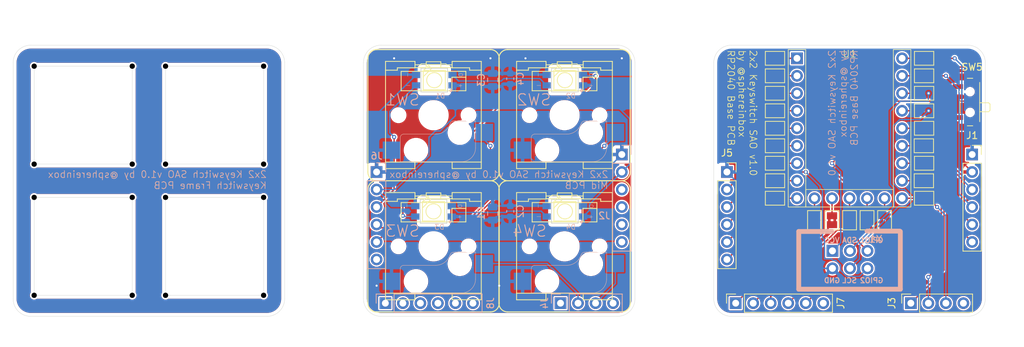
<source format=kicad_pcb>
(kicad_pcb (version 20240108) (generator "pcbnew") (generator_version "8.0")
  (layers (0 "F.Cu" signal) (31 "B.Cu" signal) (34 "B.Paste" user) (35 "F.Paste" user) (36 "B.SilkS" user "B.Silkscreen") (37 "F.SilkS" user "F.Silkscreen") (38 "B.Mask" user) (39 "F.Mask" user) (44 "Edge.Cuts" user))
  (net 0 "")
  (net 1 "GND")
  (net 2 "3v3")
  (net 3 "Net-(J1-Pin_4)")
  (net 4 "Net-(J1-Pin_3)")
  (net 5 "Net-(J1-Pin_5)")
  (net 6 "Net-(J1-Pin_6)")
  (net 8 "/SW1")
  (net 9 "/SW2")
  (net 10 "/SW4")
  (net 11 "/SW3")
  (net 13 "/NEO_IN")
  (net 15 "Net-(JP1-B)")
  (net 16 "Net-(JP2-B)")
  (net 17 "Net-(JP3-B)")
  (net 18 "Net-(JP4-B)")
  (net 19 "Net-(JP5-B)")
  (net 20 "Net-(JP6-B)")
  (net 21 "/SAO_GPIO1")
  (net 22 "Net-(JP7-B)")
  (net 23 "/SAO_GPIO2")
  (net 24 "Net-(JP8-B)")
  (net 25 "Net-(JP9-B)")
  (net 26 "Net-(JP10-B)")
  (net 27 "Net-(JP11-B)")
  (net 28 "Net-(JP12-B)")
  (net 29 "Net-(JP13-B)")
  (net 30 "Net-(JP14-B)")
  (net 31 "Net-(JP15-A)")
  (net 32 "Net-(JP16-A)")
  (net 33 "/SDA")
  (net 34 "Net-(JP17-A)")
  (net 35 "/SCL")
  (net 36 "Net-(JP18-A)")
  (net 37 "Net-(JP19-A)")
  (net 38 "Net-(JP20-A)")
  (net 39 "Net-(JP21-A)")
  (net 40 "Net-(JP22-A)")
  (net 41 "Net-(JP23-A)")
  (net 42 "Net-(SW5-C)")
  (net 46 "Net-(J3-Pin_1)")
  (net 47 "Net-(J3-Pin_3)")
  (net 48 "Net-(J3-Pin_2)")
  (net 49 "Net-(J5-Pin_5)")
  (net 50 "Net-(J5-Pin_3)")
  (net 51 "Net-(J5-Pin_4)")
  (net 52 "Net-(J5-Pin_6)")
  (net 54 "Net-(J7-Pin_1)")
  (net 56 "Net-(J7-Pin_5)")
  (net 57 "Net-(J7-Pin_4)")
  (net 58 "Net-(J7-Pin_3)")
  (net 59 "Net-(J7-Pin_2)")
  (net 66 "Net-(D1-DOUT)")
  (net 67 "/NEO_CONT")
  (net 68 "Net-(D3-DOUT)")
  (footprint "Jumper:SolderJumper-2_P1.3mm_Bridged2Bar_Pad1.0x1.5mm" (layer "F.Cu") (at 166.99 43.18)
    (property "Reference" "JP5" (hide yes))
    (property "Value" "SolderJumper_2_Bridged" (hide yes))
  )
  (footprint "Jumper:SolderJumper-2_P1.3mm_Bridged2Bar_Pad1.0x1.5mm" (layer "F.Cu") (at 180.34 56.53 90)
    (property "Reference" "JP13" (hide yes))
    (property "Value" "SolderJumper_2_Bridged" (hide yes))
  )
  (footprint "2x2-SAO:NEO3535_REVERSE" (layer "F.Cu") (at 117.585 36.195)
    (property "Reference" "D1")
    (property "Value" "WS2812B")
    (fp_line (start -1.927 -1.727) (end 1.927 -1.727) (stroke (width 0.1016)) (layer "Edge.Cuts"))
    (fp_line (start -1.927 1.727) (end -1.927 -1.727) (stroke (width 0.1016)) (layer "Edge.Cuts"))
    (fp_line (start 1.927 -1.727) (end 1.927 1.727) (stroke (width 0.1016)) (layer "Edge.Cuts"))
    (fp_line (start 1.927 1.727) (end -1.927 1.727) (stroke (width 0.1016)) (layer "Edge.Cuts"))
  )
  (footprint "Adafruit-NeoKey-1x4-PCB-KiCad:KAILH_SOCKET" (layer "F.Cu") (at 117.475 60.325 180)
    (property "Reference" "SW3")
    (property "Value" "SW_Push")
  )
  (footprint "Connector_PinSocket_2.54mm:PinSocket_1x06_P2.54mm_Vertical" (layer "F.Cu") (at 161.29 68.58 90)
    (property "Reference" "J7")
    (property "Value" "Conn_01x06_Socket")
  )
  (footprint "Jumper:SolderJumper-2_P1.3mm_Bridged2Bar_Pad1.0x1.5mm" (layer "F.Cu") (at 188.61 53.34)
    (property "Reference" "JP23" (hide yes))
    (property "Value" "SolderJumper_2_Bridged" (hide yes))
  )
  (footprint "Jumper:SolderJumper-2_P1.3mm_Bridged2Bar_Pad1.0x1.5mm" (layer "F.Cu") (at 188.61 38.1)
    (property "Reference" "JP17" (hide yes))
    (property "Value" "SolderJumper_2_Bridged" (hide yes))
  )
  (footprint "Jumper:SolderJumper-2_P1.3mm_Bridged2Bar_Pad1.0x1.5mm" (layer "F.Cu") (at 166.99 33.02)
    (property "Reference" "JP1" (hide yes))
    (property "Value" "SolderJumper_2_Bridged" (hide yes))
  )
  (footprint "2x2-SAO:NEO3535_REVERSE" (layer "F.Cu") (at 136.525 55.245)
    (property "Reference" "D4")
    (property "Value" "WS2812B")
    (fp_line (start -1.927 -1.727) (end 1.927 -1.727) (stroke (width 0.1016)) (layer "Edge.Cuts"))
    (fp_line (start -1.927 1.727) (end -1.927 -1.727) (stroke (width 0.1016)) (layer "Edge.Cuts"))
    (fp_line (start 1.927 -1.727) (end 1.927 1.727) (stroke (width 0.1016)) (layer "Edge.Cuts"))
    (fp_line (start 1.927 1.727) (end -1.927 1.727) (stroke (width 0.1016)) (layer "Edge.Cuts"))
  )
  (footprint "Simple_Addon_v2:Simple_Addon_v2-SAO-2x3" (layer "F.Cu") (at 177.8 62.23)
    (property "Reference" "X1")
    (property "Value" "Simple_Addon_v2" (hide yes))
  )
  (footprint "2x2-SAO:KAILH-Frame" (layer "F.Cu") (at 66.675 60.325)
    (property "Reference" "REF**2" (hide yes))
    (property "Value" "KAILH-Frame")
    (fp_rect (start -7.112 -7.112) (end 7.112 7.112) (stroke (width 0.05)) (fill none) (layer "Edge.Cuts"))
  )
  (footprint "2x2-SAO:KAILH-Frame" (layer "F.Cu") (at 85.725 41.275)
    (property "Reference" "REF**1" (hide yes))
    (property "Value" "KAILH-Frame")
    (fp_rect (start -7.112 -7.112) (end 7.112 7.112) (stroke (width 0.05)) (fill none) (layer "Edge.Cuts"))
  )
  (footprint "Jumper:SolderJumper-2_P1.3mm_Bridged2Bar_Pad1.0x1.5mm" (layer "F.Cu") (at 166.99 40.64)
    (property "Reference" "JP4" (hide yes))
    (property "Value" "SolderJumper_2_Bridged" (hide yes))
  )
  (footprint "Adafruit-NeoKey-1x4-PCB-KiCad:KAILH_SOCKET" (layer "F.Cu") (at 136.4788 60.325 180)
    (property "Reference" "SW4")
    (property "Value" "SW_Push")
  )
  (footprint "Jumper:SolderJumper-2_P1.3mm_Bridged2Bar_Pad1.0x1.5mm" (layer "F.Cu") (at 166.99 35.56)
    (property "Reference" "JP2" (hide yes))
    (property "Value" "SolderJumper_2_Bridged" (hide yes))
  )
  (footprint "Jumper:SolderJumper-2_P1.3mm_Bridged2Bar_Pad1.0x1.5mm" (layer "F.Cu") (at 188.58 50.8)
    (property "Reference" "JP22" (hide yes))
    (property "Value" "SolderJumper_2_Bridged" (hide yes))
  )
  (footprint "2x2-SAO:NEO3535_REVERSE" (layer "F.Cu") (at 136.525 36.195)
    (property "Reference" "D2")
    (property "Value" "WS2812B")
    (fp_line (start -1.927 -1.727) (end 1.927 -1.727) (stroke (width 0.1016)) (layer "Edge.Cuts"))
    (fp_line (start -1.927 1.727) (end -1.927 -1.727) (stroke (width 0.1016)) (layer "Edge.Cuts"))
    (fp_line (start 1.927 -1.727) (end 1.927 1.727) (stroke (width 0.1016)) (layer "Edge.Cuts"))
    (fp_line (start 1.927 1.727) (end -1.927 1.727) (stroke (width 0.1016)) (layer "Edge.Cuts"))
  )
  (footprint "Jumper:SolderJumper-2_P1.3mm_Bridged2Bar_Pad1.0x1.5mm" (layer "F.Cu") (at 172.72 56.53 90)
    (property "Reference" "JP10" (hide yes))
    (property "Value" "SolderJumper_2_Bridged" (hide yes))
  )
  (footprint "WaveShare-RP2040:RP2040-Zero-PinHeaders" (layer "F.Cu") (at 177.8 43.18)
    (property "Reference" "U1")
    (property "Value" "RP2040-Zero")
  )
  (footprint "Jumper:SolderJumper-2_P1.3mm_Bridged2Bar_Pad1.0x1.5mm" (layer "F.Cu") (at 188.61 43.18)
    (property "Reference" "JP19" (hide yes))
    (property "Value" "SolderJumper_2_Bridged" (hide yes))
  )
  (footprint "2x2-SAO:KAILH-Frame" (layer "F.Cu") (at 85.725 60.325)
    (property "Reference" "REF**3" (hide yes))
    (property "Value" "KAILH-Frame")
    (fp_rect (start -7.112 -7.112) (end 7.112 7.112) (stroke (width 0.05)) (fill none) (layer "Edge.Cuts"))
  )
  (footprint "Connector_PinSocket_2.54mm:PinSocket_1x04_P2.54mm_Vertical" (layer "F.Cu") (at 186.69 68.58 90)
    (property "Reference" "J3")
    (property "Value" "Conn_01x04_Socket")
  )
  (footprint "2x2-SAO:KAILH-Frame" (layer "F.Cu") (at 66.675 41.275)
    (property "Reference" "REF**" (hide yes))
    (property "Value" "KAILH-Frame")
    (fp_rect (start -7.112 -7.112) (end 7.112 7.112) (stroke (width 0.05)) (fill none) (layer "Edge.Cuts"))
  )
  (footprint "Jumper:SolderJumper-2_P1.3mm_Bridged2Bar_Pad1.0x1.5mm" (layer "F.Cu") (at 166.99 48.26)
    (property "Reference" "JP7" (hide yes))
    (property "Value" "SolderJumper_2_Bridged" (hide yes))
  )
  (footprint "Jumper:SolderJumper-2_P1.3mm_Bridged2Bar_Pad1.0x1.5mm" (layer "F.Cu") (at 188.61 40.64)
    (property "Reference" "JP18" (hide yes))
    (property "Value" "SolderJumper_2_Bridged" (hide yes))
  )
  (footprint "Connector_PinSocket_2.54mm:PinSocket_1x06_P2.54mm_Vertical" (layer "F.Cu") (at 160.02 49.53)
    (property "Reference" "J5")
    (property "Value" "Conn_01x06_Socket")
  )
  (footprint "Jumper:SolderJumper-2_P1.3mm_Bridged2Bar_Pad1.0x1.5mm" (layer "F.Cu") (at 182.88 56.53 90)
    (property "Reference" "JP14" (hide yes))
    (property "Value" "SolderJumper_2_Bridged" (hide yes))
  )
  (footprint "Connector_PinSocket_2.54mm:PinSocket_1x06_P2.54mm_Vertical" (layer "F.Cu") (at 195.58 46.99)
    (property "Reference" "J1")
    (property "Value" "Conn_01x06_Socket")
  )
  (footprint "Jumper:SolderJumper-2_P1.3mm_Bridged2Bar_Pad1.0x1.5mm" (layer "F.Cu") (at 188.61 48.26)
    (property "Reference" "JP21" (hide yes))
    (property "Value" "SolderJumper_2_Bridged" (hide yes))
  )
  (footprint "Jumper:SolderJumper-2_P1.3mm_Bridged2Bar_Pad1.0x1.5mm" (layer "F.Cu") (at 175.26 56.53 90)
    (property "Reference" "JP11" (hide yes))
    (property "Value" "SolderJumper_2_Bridged" (hide yes))
  )
  (footprint "Jumper:SolderJumper-2_P1.3mm_Bridged2Bar_Pad1.0x1.5mm" (layer "F.Cu") (at 166.99 53.34)
    (property "Reference" "JP9" (hide yes))
    (property "Value" "SolderJumper_2_Bridged" (hide yes))
  )
  (footprint "Jumper:SolderJumper-2_P1.3mm_Bridged2Bar_Pad1.0x1.5mm" (layer "F.Cu") (at 177.8 56.53 90)
    (property "Reference" "JP12" (hide yes))
    (property "Value" "SolderJumper_2_Bridged" (hide yes))
  )
  (footprint "Jumper:SolderJumper-2_P1.3mm_Bridged2Bar_Pad1.0x1.5mm" (layer "F.Cu") (at 188.61 33.02)
    (property "Reference" "JP15" (hide yes))
    (property "Value" "SolderJumper_2_Bridged" (hide yes))
  )
  (footprint "Jumper:SolderJumper-2_P1.3mm_Bridged2Bar_Pad1.0x1.5mm" (layer "F.Cu") (at 166.99 38.1)
    (property "Reference" "JP3" (hide yes))
    (property "Value" "SolderJumper_2_Bridged" (hide yes))
  )
  (footprint "Adafruit-NeoKey-1x4-PCB-KiCad:KAILH_SOCKET" (layer "F.Cu") (at 136.4788 41.275 180)
    (property "Reference" "SW2")
    (property "Value" "SW_Push")
  )
  (footprint "Adafruit-NeoKey-1x4-PCB-KiCad:KAILH_SOCKET" (layer "F.Cu") (at 117.475 41.275 180)
    (property "Reference" "SW1")
    (property "Value" "SW_Push")
  )
  (footprint "Jumper:SolderJumper-2_P1.3mm_Bridged2Bar_Pad1.0x1.5mm" (layer "F.Cu") (at 166.99 50.8)
    (property "Reference" "JP8" (hide yes))
    (property "Value" "SolderJumper_2_Bridged" (hide yes))
  )
  (footprint "Jumper:SolderJumper-2_P1.3mm_Bridged2Bar_Pad1.0x1.5mm" (layer "F.Cu") (at 188.58 45.72)
    (property "Reference" "JP20" (hide yes))
    (property "Value" "SolderJumper_2_Bridged" (hide yes))
  )
  (footprint "Jumper:SolderJumper-2_P1.3mm_Bridged2Bar_Pad1.0x1.5mm" (layer "F.Cu") (at 188.61 35.56)
    (property "Reference" "JP16" (hide yes))
    (property "Value" "SolderJumper_2_Bridged" (hide yes))
  )
  (footprint "Jumper:SolderJumper-2_P1.3mm_Bridged2Bar_Pad1.0x1.5mm" (layer "F.Cu") (at 166.99 45.72)
    (property "Reference" "JP6" (hide yes))
    (property "Value" "SolderJumper_2_Bridged" (hide yes))
  )
  (footprint "Button_Switch_SMD:SW_SPDT_PCM12" (layer "F.Cu") (at 194.945 39.37 90)
    (property "Reference" "SW5")
    (property "Value" "SW_SPDT")
  )
  (footprint "2x2-SAO:NEO3535_REVERSE" (layer "F.Cu") (at 117.475 55.245)
    (property "Reference" "D3")
    (property "Value" "WS2812B")
    (fp_line (start -1.927 -1.727) (end 1.927 -1.727) (stroke (width 0.1016)) (layer "Edge.Cuts"))
    (fp_line (start -1.927 1.727) (end -1.927 -1.727) (stroke (width 0.1016)) (layer "Edge.Cuts"))
    (fp_line (start 1.927 -1.727) (end 1.927 1.727) (stroke (width 0.1016)) (layer "Edge.Cuts"))
    (fp_line (start 1.927 1.727) (end -1.927 1.727) (stroke (width 0.1016)) (layer "Edge.Cuts"))
  )
  (footprint "Capacitor_SMD:C_0805_2012Metric" (layer "B.Cu") (at 126.06 55.56 -90)
    (property "Reference" "C1")
    (property "Value" "10uF")
  )
  (footprint "Connector_PinHeader_2.54mm:PinHeader_1x06_P2.54mm_Vertical" (layer "B.Cu") (at 109.22 49.53 180)
    (property "Reference" "J6")
    (property "Value" "Conn_01x06_Pin")
  )
  (footprint "Connector_PinHeader_2.54mm:PinHeader_1x04_P2.54mm_Vertical" (layer "B.Cu") (at 135.89 68.58 -90)
    (property "Reference" "J4")
    (property "Value" "Conn_01x04_Pin")
  )
  (footprint "Capacitor_SMD:C_0603_1608Metric" (layer "B.Cu") (at 128.6 35.985 90)
    (property "Reference" "C4")
    (property "Value" "0.1uF")
  )
  (footprint "Connector_PinHeader_2.54mm:PinHeader_1x06_P2.54mm_Vertical" (layer "B.Cu") (at 144.78 46.99 180)
    (property "Reference" "J2")
    (property "Value" "Conn_01x06_Pin")
  )
  (footprint "Connector_PinHeader_2.54mm:PinHeader_1x06_P2.54mm_Vertical" (layer "B.Cu") (at 110.49 68.58 -90)
    (property "Reference" "J8")
    (property "Value" "Conn_01x06_Pin")
  )
  (footprint "Capacitor_SMD:C_0805_2012Metric" (layer "B.Cu") (at 126.06 36.16 -90)
    (property "Reference" "C3")
    (property "Value" "10uF")
  )
  (footprint "Capacitor_SMD:C_0603_1608Metric" (layer "B.Cu") (at 128.6 55.24 90)
    (property "Reference" "C2")
    (property "Value" "0.1uF")
  )
  (gr_arc (start 146.685 67.945) (mid 145.941051 69.741051) (end 144.145 70.485) (stroke (width 0.05)) (layer "Edge.Cuts"))
  (gr_line (start 194.945 70.485) (end 160.655 70.485) (stroke (width 0.05)) (layer "Edge.Cuts"))
  (gr_line (start 160.655 31.115) (end 194.945 31.115) (stroke (width 0.05)) (layer "Edge.Cuts"))
  (gr_arc (start 194.945 31.115) (mid 196.741051 31.858949) (end 197.485 33.655) (stroke (width 0.05)) (layer "Edge.Cuts"))
  (gr_line (start 93.345 70.485) (end 59.055 70.485) (stroke (width 0.05)) (layer "Edge.Cuts"))
  (gr_line (start 56.515 67.945) (end 56.515 33.655) (stroke (width 0.05)) (layer "Edge.Cuts"))
  (gr_line (start 109.855 31.115) (end 144.145 31.115) (stroke (width 0.05)) (layer "Edge.Cuts"))
  (gr_line (start 146.685 33.655) (end 146.685 67.945) (stroke (width 0.05)) (layer "Edge.Cuts"))
  (gr_line (start 107.315 67.945) (end 107.315 33.655) (stroke (width 0.05)) (layer "Edge.Cuts"))
  (gr_arc (start 160.655 70.485) (mid 158.858949 69.741051) (end 158.115 67.945) (stroke (width 0.05)) (layer "Edge.Cuts"))
  (gr_arc (start 95.885 67.945) (mid 95.141051 69.741051) (end 93.345 70.485) (stroke (width 0.05)) (layer "Edge.Cuts"))
  (gr_arc (start 107.315 33.655) (mid 108.058949 31.858949) (end 109.855 31.115) (stroke (width 0.05)) (layer "Edge.Cuts"))
  (gr_line (start 59.055 31.115) (end 93.345 31.115) (stroke (width 0.05)) (layer "Edge.Cuts"))
  (gr_arc (start 144.145 31.115) (mid 145.941051 31.858949) (end 146.685 33.655) (stroke (width 0.05)) (layer "Edge.Cuts"))
  (gr_arc (start 59.055 70.485) (mid 57.258949 69.741051) (end 56.515 67.945) (stroke (width 0.05)) (layer "Edge.Cuts"))
  (gr_arc (start 56.515 33.655) (mid 57.258949 31.858949) (end 59.055 31.115) (stroke (width 0.05)) (layer "Edge.Cuts"))
  (gr_arc (start 158.115 33.655) (mid 158.858949 31.858949) (end 160.655 31.115) (stroke (width 0.05)) (layer "Edge.Cuts"))
  (gr_line (start 197.485 33.655) (end 197.485 67.945) (stroke (width 0.05)) (layer "Edge.Cuts"))
  (gr_line (start 144.145 70.485) (end 109.855 70.485) (stroke (width 0.05)) (layer "Edge.Cuts"))
  (gr_arc (start 109.855 70.485) (mid 108.058949 69.741051) (end 107.315 67.945) (stroke (width 0.05)) (layer "Edge.Cuts"))
  (gr_line (start 158.115 67.945) (end 158.115 33.655) (stroke (width 0.05)) (layer "Edge.Cuts"))
  (gr_arc (start 93.345 31.115) (mid 95.141051 31.858949) (end 95.885 33.655) (stroke (width 0.05)) (layer "Edge.Cuts"))
  (gr_line (start 95.885 33.655) (end 95.885 67.945) (stroke (width 0.05)) (layer "Edge.Cuts"))
  (gr_arc (start 197.485 67.945) (mid 196.741051 69.741051) (end 194.945 70.485) (stroke (width 0.05)) (layer "Edge.Cuts"))
  (gr_text "2x2 Keyswitch SAO v1.0 by @sphereinbox\nKeyswitch Frame PCB" (at 93.345 52.07 -0) (layer "B.SilkS") (effects (font (size 1 1) (thickness 0.1)) (justify left bottom mirror)))
  (gr_text "2x2 Keyswitch SAO v1.0 by @sphereinbox\nMid PCB" (at 142.875 52.07 0) (layer "B.SilkS") (effects (font (size 1 1) (thickness 0.1)) (justify left bottom mirror)))
  (gr_text "2x2 Keyswitch SAO v1.0\nby @sphereinbox\nRP2040 Base PCB" (at 179.07 31.75 90) (layer "B.SilkS") (effects (font (size 1 1) (thickness 0.1)) (justify left bottom mirror)))
  (gr_text "2x2 Keyswitch SAO v1.0\nby @sphereinbox\nRP2040 Base PCB" (at 160.02 31.75 -90) (layer "F.SilkS") (effects (font (size 1 1) (thickness 0.1)) (justify left bottom)))
  (segment (start 166.34 34.61) (end 166.66 34.29) (width 0.2) (layer "F.Cu") (net 1))
  (segment (start 166.66 34.29) (end 194.800685 34.29) (width 0.2) (layer "F.Cu") (net 1))
  (segment (start 160.02 41.88) (end 160.02 49.53) (width 0.2) (layer "F.Cu") (net 1))
  (segment (start 166.34 35.56) (end 160.02 41.88) (width 0.2) (layer "F.Cu") (net 1))
  (segment (start 195.58 41.696371) (end 195.58 46.99) (width 0.2) (layer "F.Cu") (net 1))
  (segment (start 195.58 35.069315) (end 195.58 36.264314) (width 0.2) (layer "F.Cu") (net 1))
  (segment (start 196.475 37.159314) (end 196.475 40.801371) (width 0.2) (layer "F.Cu") (net 1))
  (segment (start 196.475 40.801371) (end 195.58 41.696371) (width 0.2) (layer "F.Cu") (net 1))
  (segment (start 194.800685 34.29) (end 195.58 35.069315) (width 0.2) (layer "F.Cu") (net 1))
  (segment (start 195.58 36.264314) (end 196.475 37.159314) (width 0.2) (layer "F.Cu") (net 1))
  (segment (start 166.34 35.56) (end 166.34 34.61) (width 0.2) (layer "F.Cu") (net 1))
  (via (at 111.76 33.02) (size 0.6) (drill 0.3) (layers "F.Cu" "B.Cu") (net 1))
  (via (at 127 66.04) (size 0.6) (drill 0.3) (layers "F.Cu" "B.Cu") (net 1))
  (via (at 144.78 33.02) (size 0.6) (drill 0.3) (layers "F.Cu" "B.Cu") (net 1))
  (via (at 130.81 33.02) (size 0.6) (drill 0.3) (layers "F.Cu" "B.Cu") (net 1))
  (via (at 125.73 33.02) (size 0.6) (drill 0.3) (layers "F.Cu" "B.Cu") (net 1))
  (via (at 109.22 66.04) (size 0.6) (drill 0.3) (layers "F.Cu" "B.Cu") (net 1))
  (segment (start 109.22 49.53) (end 109.22 41.16) (width 0.2) (layer "B.Cu") (net 1))
  (segment (start 143.53325 48.23675) (end 144.78 46.99) (width 0.2) (layer "B.Cu") (net 1))
  (segment (start 109.22 49.53) (end 108.07 50.68) (width 0.2) (layer "B.Cu") (net 1))
  (segment (start 109.855 65.405) (end 111.385 65.405) (width 0.2) (layer "B.Cu") (net 1))
  (segment (start 174.01 63.52) (end 160.02 49.53) (width 0.2) (layer "B.Cu") (net 1))
  (segment (start 109.22 41.16) (end 114.935 35.445) (width 0.2) (layer "B.Cu") (net 1))
  (segment (start 128.6 54.465) (end 126.205 54.465) (width 0.2) (layer "B.Cu") (net 1))
  (segment (start 126.205 54.465) (end 126.06 54.61) (width 0.2) (layer "B.Cu") (net 1))
  (segment (start 130.3888 46.355) (end 132.27055 48.23675) (width 0.2) (layer "B.Cu") (net 1))
  (segment (start 108.07 63.62) (end 109.855 65.405) (width 0.2) (layer "B.Cu") (net 1))
  (segment (start 132.27055 48.23675) (end 143.53325 48.23675) (width 0.2) (layer "B.Cu") (net 1))
  (segment (start 175.32 63.52) (end 174.01 63.52) (width 0.2) (layer "B.Cu") (net 1))
  (segment (start 108.07 50.68) (end 108.07 63.62) (width 0.2) (layer "B.Cu") (net 1))
  (segment (start 194.865 36.115) (end 194.865 34.92) (width 0.2) (layer "F.Cu") (net 2))
  (segment (start 192.9025 39.2325) (end 195.043871 39.2325) (width 0.2) (layer "F.Cu") (net 2))
  (segment (start 191.555 36.83) (end 166.66 36.83) (width 0.2) (layer "F.Cu") (net 2))
  (segment (start 161.29 41.91) (end 165.1 38.1) (width 0.2) (layer "F.Cu") (net 2))
  (segment (start 160.02 52.07) (end 161.29 50.8) (width 0.2) (layer "F.Cu") (net 2))
  (segment (start 166.66 36.83) (end 166.34 37.15) (width 0.2) (layer "F.Cu") (net 2))
  (segment (start 192.9025 39.2325) (end 192.405 39.73) (width 0.2) (layer "F.Cu") (net 2))
  (segment (start 193.465 34.92) (end 191.555 36.83) (width 0.2) (layer "F.Cu") (net 2))
  (segment (start 195.043871 39.2325) (end 196.075 38.201371) (width 0.2) (layer "F.Cu") (net 2))
  (segment (start 166.34 37.15) (end 166.34 38.1) (width 0.2) (layer "F.Cu") (net 2))
  (segment (start 196.075 37.325) (end 194.865 36.115) (width 0.2) (layer "F.Cu") (net 2))
  (segment (start 193.515 38.62) (end 192.9025 39.2325) (width 0.2) (layer "F.Cu") (net 2))
  (segment (start 165.1 38.1) (end 166.34 38.1) (width 0.2) (layer "F.Cu") (net 2))
  (segment (start 161.29 50.8) (end 161.29 41.91) (width 0.2) (layer "F.Cu") (net 2))
  (segment (start 194.865 34.92) (end 193.465 34.92) (width 0.2) (layer "F.Cu") (net 2))
  (segment (start 192.405 39.73) (end 192.405 46.355) (width 0.2) (layer "F.Cu") (net 2))
  (segment (start 192.405 46.355) (end 195.58 49.53) (width 0.2) (layer "F.Cu") (net 2))
  (segment (start 196.075 38.201371) (end 196.075 37.325) (width 0.2) (layer "F.Cu") (net 2))
  (segment (start 117.715 43.575) (end 118.427691 43.575) (width 0.2) (layer "B.Cu") (net 2))
  (segment (start 120.65 41.352691) (end 120.65 37.36) (width 0.2) (layer "B.Cu") (net 2))
  (segment (start 144.78 49.53) (end 145.93 48.38) (width 0.2) (layer "B.Cu") (net 2))
  (segment (start 118.427691 43.575) (end 120.65 41.352691) (width 0.2) (layer "B.Cu") (net 2))
  (segment (start 110.49 54.188529) (end 113.873471 57.572) (width 0.2) (layer "B.Cu") (net 2))
  (segment (start 109.22 52.07) (end 110.49 53.34) (width 0.2) (layer "B.Cu") (net 2))
  (segment (start 126.555 56.015) (end 126.06 56.51) (width 0.2) (layer "B.Cu") (net 2))
  (segment (start 140.075 55.095) (end 139.175 55.995) (width 0.2) (layer "B.Cu") (net 2))
  (segment (start 109.22 52.07) (end 111.881196 52.07) (width 0.2) (layer "B.Cu") (net 2))
  (segment (start 111.881196 52.07) (end 116.81675 47.134446) (width 0.2) (layer "B.Cu") (net 2))
  (segment (start 120.125 57.097528) (end 120.125 55.995) (width 0.2) (layer "B.Cu") (net 2))
  (segment (start 128.6 56.015) (end 126.555 56.015) (width 0.2) (layer "B.Cu") (net 2))
  (segment (start 110.49 53.34) (end 110.49 54.188529) (width 0.2) (layer "B.Cu") (net 2))
  (segment (start 120.65 37.36) (end 120.235 36.945) (width 0.2) (layer "B.Cu") (net 2))
  (segment (start 145.93 41.79) (end 141.085 36.945) (width 0.2) (layer "B.Cu") (net 2))
  (segment (start 141.085 36.945) (end 139.175 36.945) (width 0.2) (layer "B.Cu") (net 2))
  (segment (start 116.81675 44.47325) (end 117.715 43.575) (width 0.2) (layer "B.Cu") (net 2))
  (segment (start 140.075 54.235) (end 140.075 55.095) (width 0.2) (layer "B.Cu") (net 2))
  (segment (start 119.650528 57.572) (end 120.125 57.097528) (width 0.2) (layer "B.Cu") (net 2))
  (segment (start 145.93 48.38) (end 145.93 41.79) (width 0.2) (layer "B.Cu") (net 2))
  (segment (start 113.873471 57.572) (end 119.650528 57.572) (width 0.2) (layer "B.Cu") (net 2))
  (segment (start 116.81675 47.134446) (end 116.81675 44.47325) (width 0.2) (layer "B.Cu") (net 2))
  (segment (start 144.78 49.53) (end 140.075 54.235) (width 0.2) (layer "B.Cu") (net 2))
  (segment (start 189.26 35.56) (end 191.77 35.56) (width 0.2) (layer "F.Cu") (net 3))
  (via (at 191.77 35.56) (size 0.6) (drill 0.3) (layers "F.Cu" "B.Cu") (net 3))
  (segment (start 195.58 54.61) (end 193.69 52.72) (width 0.2) (layer "B.Cu") (net 3))
  (segment (start 193.69 37.48) (end 191.77 35.56) (width 0.2) (layer "B.Cu") (net 3))
  (segment (start 193.69 52.72) (end 193.69 37.48) (width 0.2) (layer "B.Cu") (net 3))
  (segment (start 189.26 33.02) (end 193.04 33.02) (width 0.2) (layer "F.Cu") (net 4))
  (via (at 193.04 33.02) (size 0.6) (drill 0.3) (layers "F.Cu" "B.Cu") (net 4))
  (segment (start 194.09 50.58) (end 194.09 34.07) (width 0.2) (layer "B.Cu") (net 4))
  (segment (start 194.09 34.07) (end 193.04 33.02) (width 0.2) (layer "B.Cu") (net 4))
  (segment (start 195.58 52.07) (end 194.09 50.58) (width 0.2) (layer "B.Cu") (net 4))
  (segment (start 189.26 43.18) (end 190.9 44.82) (width 0.2) (layer "F.Cu") (net 5))
  (segment (start 190.9 44.82) (end 190.9 46.824314) (width 0.2) (layer "F.Cu") (net 5))
  (segment (start 194.43 50.354314) (end 194.43 56) (width 0.2) (layer "F.Cu") (net 5))
  (segment (start 190.9 46.824314) (end 194.43 50.354314) (width 0.2) (layer "F.Cu") (net 5))
  (segment (start 194.43 56) (end 195.58 57.15) (width 0.2) (layer "F.Cu") (net 5))
  (segment (start 194.03 58.14) (end 195.58 59.69) (width 0.2) (layer "F.Cu") (net 6))
  (segment (start 189.23 45.72) (end 194.03 50.52) (width 0.2) (layer "F.Cu") (net 6))
  (segment (start 194.03 50.52) (end 194.03 58.14) (width 0.2) (layer "F.Cu") (net 6))
  (segment (start 109.695 57.625) (end 109.22 57.15) (width 0.2) (layer "F.Cu") (net 8))
  (segment (start 125.73 45.72) (end 125.73 53.34) (width 0.2) (layer "F.Cu") (net 8))
  (segment (start 125.73 53.34) (end 121.445 57.625) (width 0.2) (layer "F.Cu") (net 8))
  (segment (start 121.445 57.625) (end 109.695 57.625) (width 0.2) (layer "F.Cu") (net 8))
  (via (at 125.73 45.72) (size 0.6) (drill 0.3) (layers "F.Cu" "B.Cu") (net 8))
  (segment (start 124.835 44.825) (end 125.73 45.72) (width 0.2) (layer "B.Cu") (net 8))
  (segment (start 124.835 43.775) (end 124.835 44.825) (width 0.2) (layer "B.Cu") (net 8))
  (segment (start 121.610686 58.025) (end 130.105686 49.53) (width 0.2) (layer "F.Cu") (net 9))
  (segment (start 138.43 49.53) (end 142.24 45.72) (width 0.2) (layer "F.Cu") (net 9))
  (segment (start 109.22 59.69) (end 110.885 58.025) (width 0.2) (layer "F.Cu") (net 9))
  (segment (start 130.105686 49.53) (end 138.43 49.53) (width 0.2) (layer "F.Cu") (net 9))
  (segment (start 110.885 58.025) (end 121.610686 58.025) (width 0.2) (layer "F.Cu") (net 9))
  (via (at 142.24 45.72) (size 0.6) (drill 0.3) (layers "F.Cu" "B.Cu") (net 9))
  (segment (start 142.24 45.72) (end 143.8388 44.1212) (width 0.2) (layer "B.Cu") (net 9))
  (segment (start 143.8388 44.1212) (end 143.8388 43.775) (width 0.2) (layer "B.Cu") (net 9))
  (segment (start 143.8388 62.825) (end 143.8388 65.7112) (width 0.2) (layer "B.Cu") (net 10))
  (segment (start 143.8388 65.7112) (end 140.97 68.58) (width 0.2) (layer "B.Cu") (net 10))
  (segment (start 124.835 62.825) (end 133.945 62.825) (width 0.2) (layer "B.Cu") (net 11))
  (segment (start 133.945 62.825) (end 134.62 63.5) (width 0.2) (layer "B.Cu") (net 11))
  (segment (start 138.43 67.235004) (end 138.43 68.58) (width 0.2) (layer "B.Cu") (net 11))
  (segment (start 134.694996 63.5) (end 138.43 67.235004) (width 0.2) (layer "B.Cu") (net 11))
  (segment (start 134.62 63.5) (end 134.694996 63.5) (width 0.2) (layer "B.Cu") (net 11))
  (segment (start 111.76 52.07) (end 109.22 54.61) (width 0.2) (layer "F.Cu") (net 13))
  (segment (start 111.76 44.45) (end 111.76 52.07) (width 0.2) (layer "F.Cu") (net 13))
  (via (at 111.76 44.45) (size 0.6) (drill 0.3) (layers "F.Cu" "B.Cu") (net 13))
  (segment (start 111.13825 40.74175) (end 111.13825 43.82825) (width 0.2) (layer "B.Cu") (net 13))
  (segment (start 111.13825 43.82825) (end 111.76 44.45) (width 0.2) (layer "B.Cu") (net 13))
  (segment (start 114.935 36.945) (end 111.13825 40.74175) (width 0.2) (layer "B.Cu") (net 13))
  (segment (start 167.64 33.02) (end 170.18 33.02) (width 0.2) (layer "F.Cu") (net 15))
  (segment (start 170.18 35.56) (end 167.64 35.56) (width 0.2) (layer "F.Cu") (net 16))
  (segment (start 167.64 38.1) (end 170.18 38.1) (width 0.2) (layer "F.Cu") (net 17))
  (segment (start 167.64 40.64) (end 170.18 40.64) (width 0.2) (layer "F.Cu") (net 18))
  (segment (start 167.64 43.18) (end 170.18 43.18) (width 0.2) (layer "F.Cu") (net 19))
  (segment (start 167.64 45.72) (end 170.18 45.72) (width 0.2) (layer "F.Cu") (net 20))
  (segment (start 179.07 52.982381) (end 179.07 59.65) (width 0.2) (layer "F.Cu") (net 21))
  (segment (start 179.07 59.65) (end 180.4 60.98) (width 0.2) (layer "F.Cu") (net 21))
  (segment (start 166.66 46.99) (end 173.077619 46.99) (width 0.2) (layer "F.Cu") (net 21))
  (segment (start 166.34 46.67) (end 166.66 46.99) (width 0.2) (layer "F.Cu") (net 21))
  (segment (start 166.34 45.72) (end 166.34 46.67) (width 0.2) (layer "F.Cu") (net 21))
  (segment (start 173.077619 46.99) (end 179.07 52.982381) (width 0.2) (layer "F.Cu") (net 21))
  (segment (start 167.64 48.26) (end 170.18 48.26) (width 0.2) (layer "F.Cu") (net 22))
  (segment (start 166.34 49.21) (end 166.34 48.26) (width 0.2) (layer "F.Cu") (net 23))
  (segment (start 166.66 49.53) (end 166.34 49.21) (width 0.2) (layer "F.Cu") (net 23))
  (segment (start 171.45 49.53) (end 166.66 49.53) (width 0.2) (layer "F.Cu") (net 23))
  (via (at 171.45 49.53) (size 0.6) (drill 0.3) (layers "F.Cu" "B.Cu") (net 23))
  (segment (start 173.533809 51.613809) (end 171.45 49.53) (width 0.2) (layer "B.Cu") (net 23))
  (segment (start 176.4836 63.789179) (end 176.4836 63.038021) (width 0.2) (layer "B.Cu") (net 23))
  (segment (start 177.378021 64.6836) (end 176.4836 63.789179) (width 0.2) (layer "B.Cu") (net 23))
  (segment (start 175.801979 62.3564) (end 175.3864 62.3564) (width 0.2) (layer "B.Cu") (net 23))
  (segment (start 174.1564 59.3405) (end 173.8709 59.055) (width 0.2) (layer "B.Cu") (net 23))
  (segment (start 175.3864 62.3564) (end 175.1736 62.1436) (width 0.2) (layer "B.Cu") (net 23))
  (segment (start 174.1564 62.1436) (end 174.1564 59.3405) (width 0.2) (layer "B.Cu") (net 23))
  (segment (start 173.533809 51.85201) (end 173.533809 51.613809) (width 0.2) (layer "B.Cu") (net 23))
  (segment (start 179.2364 64.6836) (end 177.378021 64.6836) (width 0.2) (layer "B.Cu") (net 23))
  (segment (start 173.8709 59.055) (end 173.8709 52.189101) (width 0.2) (layer "B.Cu") (net 23))
  (segment (start 180.4 63.52) (end 179.2364 64.6836) (width 0.2) (layer "B.Cu") (net 23))
  (segment (start 173.8709 52.189101) (end 173.533809 51.85201) (width 0.2) (layer "B.Cu") (net 23))
  (segment (start 176.4836 63.038021) (end 175.801979 62.3564) (width 0.2) (layer "B.Cu") (net 23))
  (segment (start 175.1736 62.1436) (end 174.1564 62.1436) (width 0.2) (layer "B.Cu") (net 23))
  (segment (start 167.64 50.8) (end 170.18 50.8) (width 0.2) (layer "F.Cu") (net 24))
  (segment (start 167.64 53.34) (end 170.18 53.34) (width 0.2) (layer "F.Cu") (net 25))
  (segment (start 172.72 53.34) (end 172.72 55.88) (width 0.2) (layer "F.Cu") (net 26))
  (segment (start 175.26 55.88) (end 175.26 53.34) (width 0.2) (layer "F.Cu") (net 27))
  (segment (start 177.8 53.34) (end 177.8 55.88) (width 0.2) (layer "F.Cu") (net 28))
  (segment (start 180.34 55.88) (end 180.34 53.34) (width 0.2) (layer "F.Cu") (net 29))
  (segment (start 182.88 53.34) (end 182.88 55.88) (width 0.2) (layer "F.Cu") (net 30))
  (segment (start 185.42 33.02) (end 187.96 33.02) (width 0.2) (layer "F.Cu") (net 31))
  (segment (start 185.42 35.56) (end 187.96 35.56) (width 0.2) (layer "F.Cu") (net 32))
  (segment (start 177.82 60.98) (end 177.8 60.96) (width 0.2) (layer "F.Cu") (net 33))
  (segment (start 177.86 60.98) (end 177.82 60.98) (width 0.2) (layer "F.Cu") (net 33))
  (via (at 189.26 38.1) (size 0.6) (drill 0.3) (layers "F.Cu" "B.Cu") (net 33))
  (segment (start 189.23 38.13) (end 189.26 38.1) (width 0.2) (layer "B.Cu") (net 33))
  (segment (start 183.75 51.323305) (end 183.75 40.682381) (width 0.2) (layer "B.Cu") (net 33))
  (segment (start 189.23 39.2509) (end 189.23 38.13) (width 0.2) (layer "B.Cu") (net 33))
  (segment (start 184.2691 51.842405) (end 183.75 51.323305) (width 0.2) (layer "B.Cu") (net 33))
  (segment (start 185.181481 39.2509) (end 189.23 39.2509) (width 0.2) (layer "B.Cu") (net 33))
  (segment (start 184.2691 54.5709) (end 184.2691 51.842405) (width 0.2) (layer "B.Cu") (net 33))
  (segment (start 177.86 60.98) (end 184.2691 54.5709) (width 0.2) (layer "B.Cu") (net 33))
  (segment (start 183.75 40.682381) (end 185.181481 39.2509) (width 0.2) (layer "B.Cu") (net 33))
  (segment (start 185.42 38.1) (end 187.96 38.1) (width 0.2) (layer "F.Cu") (net 34))
  (via (at 189.26 40.64) (size 0.6) (drill 0.3) (layers "F.Cu" "B.Cu") (net 35))
  (segment (start 179.2364 62.1436) (end 179.2364 60.197781) (width 0.2) (layer "B.Cu") (net 35))
  (segment (start 179.2364 60.197781) (end 184.943281 54.4909) (width 0.2) (layer "B.Cu") (net 35))
  (segment (start 186.69 53.697619) (end 186.69 52.982381) (width 0.2) (layer "B.Cu") (net 35))
  (segment (start 184.15 51.157619) (end 184.15 42.822381) (width 0.2) (layer "B.Cu") (net 35))
  (segment (start 184.943281 54.4909) (end 185.896719 54.4909) (width 0.2) (layer "B.Cu") (net 35))
  (segment (start 185.062381 52.07) (end 184.15 51.157619) (width 0.2) (layer "B.Cu") (net 35))
  (segment (start 185.062381 41.91) (end 187.99 41.91) (width 0.2) (layer "B.Cu") (net 35))
  (segment (start 185.777619 52.07) (end 185.062381 52.07) (width 0.2) (layer "B.Cu") (net 35))
  (segment (start 184.15 42.822381) (end 185.062381 41.91) (width 0.2) (layer "B.Cu") (net 35))
  (segment (start 187.99 41.91) (end 189.26 40.64) (width 0.2) (layer "B.Cu") (net 35))
  (segment (start 177.86 63.52) (end 179.2364 62.1436) (width 0.2) (layer "B.Cu") (net 35))
  (segment (start 185.896719 54.4909) (end 186.69 53.697619) (width 0.2) (layer "B.Cu") (net 35))
  (segment (start 186.69 52.982381) (end 185.777619 52.07) (width 0.2) (layer "B.Cu") (net 35))
  (segment (start 187.96 40.64) (end 185.42 40.64) (width 0.2) (layer "F.Cu") (net 36))
  (segment (start 185.42 43.18) (end 187.96 43.18) (width 0.2) (layer "F.Cu") (net 37))
  (segment (start 187.93 45.72) (end 185.42 45.72) (width 0.2) (layer "F.Cu") (net 38))
  (segment (start 185.42 48.26) (end 187.96 48.26) (width 0.2) (layer "F.Cu") (net 39))
  (segment (start 187.93 50.8) (end 185.42 50.8) (width 0.2) (layer "F.Cu") (net 40))
  (segment (start 185.42 53.34) (end 187.96 53.34) (width 0.2) (layer "F.Cu") (net 41))
  (segment (start 193.115 37.12) (end 190.9841 39.2509) (width 0.2) (layer "F.Cu") (net 42))
  (segment (start 184.2691 39.2509) (end 175.26 48.26) (width 0.2) (layer "F.Cu") (net 42))
  (segment (start 193.515 37.12) (end 193.115 37.12) (width 0.2) (layer "F.Cu") (net 42))
  (segment (start 190.9841 39.2509) (end 184.2691 39.2509) (width 0.2) (layer "F.Cu") (net 42))
  (via (at 175.26 48.26) (size 0.6) (drill 0.3) (layers "F.Cu" "B.Cu") (net 42))
  (segment (start 175.26 48.26) (end 176.53 49.53) (width 0.2) (layer "B.Cu") (net 42))
  (segment (start 176.53 59.77) (end 175.32 60.98) (width 0.2) (layer "B.Cu") (net 42))
  (segment (start 176.53 49.53) (end 176.53 59.77) (width 0.2) (layer "B.Cu") (net 42))
  (segment (start 189.26 48.26) (end 191.5 50.5) (width 0.2) (layer "F.Cu") (net 46))
  (segment (start 191.5 50.5) (end 191.5 63.77) (width 0.2) (layer "F.Cu") (net 46))
  (segment (start 191.5 63.77) (end 186.69 68.58) (width 0.2) (layer "F.Cu") (net 46))
  (segment (start 189.26 53.34) (end 189.26 53.37) (width 0.2) (layer "F.Cu") (net 47))
  (segment (start 189.26 53.37) (end 190.5 54.61) (width 0.2) (layer "F.Cu") (net 47))
  (via (at 190.5 54.61) (size 0.6) (drill 0.3) (layers "F.Cu" "B.Cu") (net 47))
  (segment (start 191.77 68.58) (end 191.77 55.88) (width 0.2) (layer "B.Cu") (net 47))
  (segment (start 191.77 55.88) (end 190.5 54.61) (width 0.2) (layer "B.Cu") (net 47))
  (segment (start 191.1 52.67) (end 191.1 62.9) (width 0.2) (layer "F.Cu") (net 48))
  (segment (start 191.1 62.9) (end 189.23 64.77) (width 0.2) (layer "F.Cu") (net 48))
  (segment (start 189.23 50.8) (end 191.1 52.67) (width 0.2) (layer "F.Cu") (net 48))
  (via (at 189.23 64.77) (size 0.6) (drill 0.3) (layers "F.Cu" "B.Cu") (net 48))
  (segment (start 189.23 64.77) (end 189.23 68.58) (width 0.2) (layer "B.Cu") (net 48))
  (segment (start 165.54 51.6) (end 166.34 50.8) (width 0.2) (layer "F.Cu") (net 49))
  (segment (start 165.54 54.17) (end 165.54 51.6) (width 0.2) (layer "F.Cu") (net 49))
  (segment (start 160.02 59.69) (end 165.54 54.17) (width 0.2) (layer "F.Cu") (net 49))
  (segment (start 165.54 41.44) (end 164.3 41.44) (width 0.2) (layer "F.Cu") (net 50))
  (segment (start 164.3 41.44) (end 161.69 44.05) (width 0.2) (layer "F.Cu") (net 50))
  (segment (start 161.69 52.94) (end 160.02 54.61) (width 0.2) (layer "F.Cu") (net 50))
  (segment (start 166.34 40.64) (end 165.54 41.44) (width 0.2) (layer "F.Cu") (net 50))
  (segment (start 161.69 44.05) (end 161.69 52.94) (width 0.2) (layer "F.Cu") (net 50))
  (segment (start 166.34 43.18) (end 162.09 47.43) (width 0.2) (layer "F.Cu") (net 51))
  (segment (start 162.09 47.43) (end 162.09 55.08) (width 0.2) (layer "F.Cu") (net 51))
  (segment (start 162.09 55.08) (end 160.02 57.15) (width 0.2) (layer "F.Cu") (net 51))
  (segment (start 166.34 55.91) (end 160.02 62.23) (width 0.2) (layer "F.Cu") (net 52))
  (segment (start 166.34 53.34) (end 166.34 55.91) (width 0.2) (layer "F.Cu") (net 52))
  (segment (start 172.72 57.18) (end 172.69 57.18) (width 0.2) (layer "F.Cu") (net 54))
  (segment (start 172.69 57.18) (end 161.29 68.58) (width 0.2) (layer "F.Cu") (net 54))
  (segment (start 173.99 66.04) (end 180.091265 66.04) (width 0.2) (layer "F.Cu") (net 56))
  (segment (start 180.091265 66.04) (end 182.88 63.251265) (width 0.2) (layer "F.Cu") (net 56))
  (segment (start 171.45 68.58) (end 173.99 66.04) (width 0.2) (layer "F.Cu") (net 56))
  (segment (start 182.88 63.251265) (end 182.88 57.18) (width 0.2) (layer "F.Cu") (net 56))
  (segment (start 179.925579 65.64) (end 171.85 65.64) (width 0.2) (layer "F.Cu") (net 57))
  (segment (start 180.34 57.18) (end 181.5636 58.4036) (width 0.2) (layer "F.Cu") (net 57))
  (segment (start 181.5636 58.4036) (end 181.5636 64.001979) (width 0.2) (layer "F.Cu") (net 57))
  (segment (start 181.5636 64.001979) (end 179.925579 65.64) (width 0.2) (layer "F.Cu") (net 57))
  (segment (start 171.85 65.64) (end 168.91 68.58) (width 0.2) (layer "F.Cu") (net 57))
  (segment (start 177.8 57.18) (end 177 57.98) (width 0.2) (layer "F.Cu") (net 58))
  (segment (start 166.37 67.6028) (end 166.37 68.58) (width 0.2) (layer "F.Cu") (net 58))
  (segment (start 177 57.98) (end 175.9928 57.98) (width 0.2) (layer "F.Cu") (net 58))
  (segment (start 175.9928 57.98) (end 166.37 67.6028) (width 0.2) (layer "F.Cu") (net 58))
  (segment (start 163.83 68.58) (end 175.23 57.18) (width 0.2) (layer "F.Cu") (net 59))
  (segment (start 175.23 57.18) (end 175.26 57.18) (width 0.2) (layer "F.Cu") (net 59))
  (segment (start 132.89 35.96) (end 133.875 36.945) (width 0.2) (layer "B.Cu") (net 66))
  (segment (start 127.655 35.96) (end 132.89 35.96) (width 0.2) (layer "B.Cu") (net 66))
  (segment (start 120.235 35.445) (end 121.1 36.31) (width 0.2) (layer "B.Cu") (net 66))
  (segment (start 127.305 36.31) (end 127.655 35.96) (width 0.2) (layer "B.Cu") (net 66))
  (segment (start 121.1 36.31) (end 127.305 36.31) (width 0.2) (layer "B.Cu") (net 66))
  (segment (start 122.064446 45.69675) (end 123.16675 44.594446) (width 0.2) (layer "F.Cu") (net 67))
  (segment (start 140.97 36.83) (end 140.97 35.56) (width 0.2) (layer "F.Cu") (net 67))
  (segment (start 139.278 38.522) (end 140.97 36.83) (width 0.2) (layer "F.Cu") (net 67))
  (segment (start 113.03 53.946236) (end 121.279486 45.69675) (width 0.2) (layer "F.Cu") (net 67))
  (segment (start 123.16675 43.809486) (end 128.454236 38.522) (width 0.2) (layer "F.Cu") (net 67))
  (segment (start 113.03 55.88) (end 113.03 53.946236) (width 0.2) (layer "F.Cu") (net 67))
  (segment (start 128.454236 38.522) (end 139.278 38.522) (width 0.2) (layer "F.Cu") (net 67))
  (segment (start 123.16675 44.594446) (end 123.16675 43.809486) (width 0.2) (layer "F.Cu") (net 67))
  (segment (start 121.279486 45.69675) (end 122.064446 45.69675) (width 0.2) (layer "F.Cu") (net 67))
  (via (at 113.03 55.88) (size 0.6) (drill 0.3) (layers "F.Cu" "B.Cu") (net 67))
  (via (at 140.97 35.56) (size 0.6) (drill 0.3) (layers "F.Cu" "B.Cu") (net 67))
  (segment (start 113.145 55.995) (end 113.03 55.88) (width 0.2) (layer "B.Cu") (net 67))
  (segment (start 140.97 35.56) (end 139.29 35.56) (width 0.2) (layer "B.Cu") (net 67))
  (segment (start 114.825 55.995) (end 113.145 55.995) (width 0.2) (layer "B.Cu") (net 67))
  (segment (start 139.29 35.56) (end 139.175 35.445) (width 0.2) (layer "B.Cu") (net 67))
  (segment (start 133.095 55.215) (end 133.875 55.995) (width 0.2) (layer "B.Cu") (net 68))
  (segment (start 127.931304 55.41) (end 128.126304 55.215) (width 0.2) (layer "B.Cu") (net 68))
  (segment (start 121.04 55.41) (end 127.931304 55.41) (width 0.2) (layer "B.Cu") (net 68))
  (segment (start 128.126304 55.215) (end 133.095 55.215) (width 0.2) (layer "B.Cu") (net 68))
  (segment (start 120.125 54.495) (end 121.04 55.41) (width 0.2) (layer "B.Cu") (net 68))
  (zone (net 1) (net_name "GND") (layer "F.Cu") (name "GND") (priority 7) (connect_pads (clearance 0)) (min_thickness 0.25) (fill yes (thermal_gap 0.5) (thermal_bridge_width 0.5))
    (polygon (pts (xy 105.41 27.94) (xy 147.32 27.94) (xy 147.32 74.93) (xy 105.41 74.93)))
  )
  (zone (net 2) (net_name "3v3") (layer "F.Cu") (name "GND") (priority 1) (connect_pads (clearance 0)) (min_thickness 0.25) (fill yes (thermal_gap 0.5) (thermal_bridge_width 0.5))
    (polygon (pts (xy 157.48 29.21) (xy 198.12 29.21) (xy 198.12 72.39) (xy 157.48 72.39)))
  )
  (zone (net 0) (net_name "") (layers "F&B.Cu") (name "GND") (priority 8) (connect_pads (clearance 0)) (min_thickness 0.25) (fill yes (thermal_gap 0.5) (thermal_bridge_width 0.5) (island_removal_mode 1) (island_area_min 9.999999))
    (polygon (pts (xy 54.61 29.21) (xy 97.79 29.21) (xy 97.79 72.39) (xy 54.61 72.39)))
  )
  (zone (net 1) (net_name "GND") (layer "B.Cu") (name "GND") (priority 6) (connect_pads (clearance 0)) (min_thickness 0.25) (fill yes (thermal_gap 0.5) (thermal_bridge_width 0.5))
    (polygon (pts (xy 104.14 59.69) (xy 148.59 59.69) (xy 148.59 72.39) (xy 104.14 72.39)))
  )
  (zone (net 1) (net_name "GND") (layer "B.Cu") (name "GND") (priority 5) (connect_pads (clearance 0)) (min_thickness 0.25) (fill yes (thermal_gap 0.5) (thermal_bridge_width 0.5))
    (polygon (pts (xy 104.14 40.64) (xy 148.59 40.64) (xy 148.59 54.61) (xy 104.14 54.61)))
  )
  (zone (net 2) (net_name "3v3") (layer "B.Cu") (name "GND") (priority 3) (connect_pads (clearance 0)) (min_thickness 0.25) (fill yes (thermal_gap 0.5) (thermal_bridge_width 0.5))
    (polygon (pts (xy 104.14 35.56) (xy 148.59 35.56) (xy 148.59 40.64) (xy 104.14 40.64)))
  )
  (zone (net 2) (net_name "3v3") (layer "B.Cu") (name "GND") (priority 2) (connect_pads (clearance 0)) (min_thickness 0.25) (fill yes (thermal_gap 0.5) (thermal_bridge_width 0.5))
    (polygon (pts (xy 104.14 54.61) (xy 148.59 54.61) (xy 148.59 59.69) (xy 104.14 59.69)))
  )
  (zone (net 1) (net_name "GND") (layer "B.Cu") (name "GND") (connect_pads (clearance 0)) (min_thickness 0.25) (fill yes (thermal_gap 0.5) (thermal_bridge_width 0.5))
    (polygon (pts (xy 157.48 29.21) (xy 198.12 29.21) (xy 198.12 72.39) (xy 157.48 72.39)))
  )
  (zone (net 1) (net_name "GND") (layer "B.Cu") (name "GND") (priority 4) (connect_pads (clearance 0)) (min_thickness 0.25) (fill yes (thermal_gap 0.5) (thermal_bridge_width 0.5))
    (polygon (pts (xy 104.14 30.48) (xy 148.59 30.48) (xy 148.59 35.56) (xy 104.14 35.56)))
  )
)
</source>
